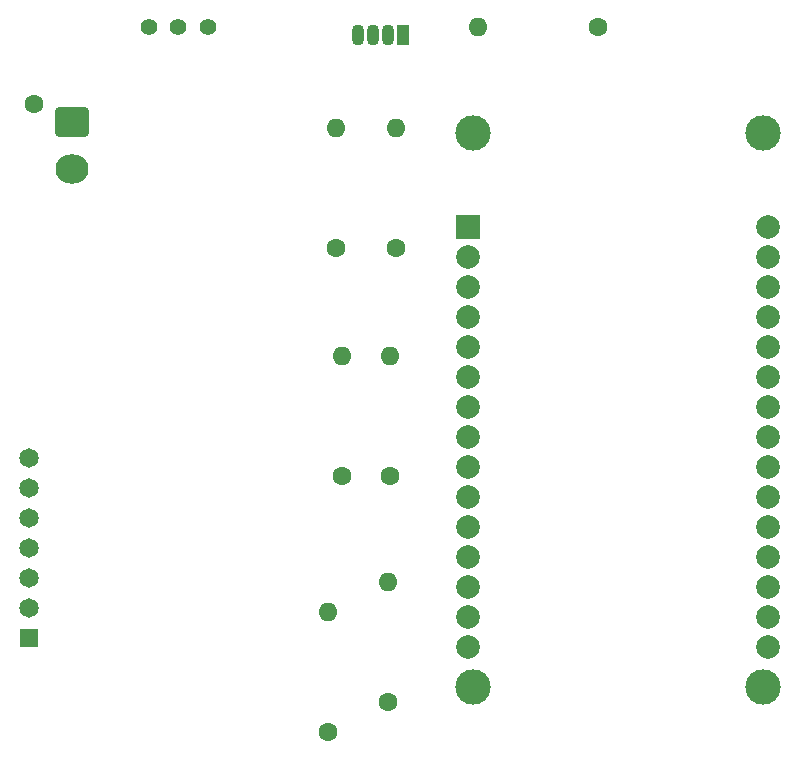
<source format=gbr>
%TF.GenerationSoftware,KiCad,Pcbnew,(6.0.1)*%
%TF.CreationDate,2022-02-16T21:04:10+01:00*%
%TF.ProjectId,ESP32_SCD30,45535033-325f-4534-9344-33302e6b6963,rev?*%
%TF.SameCoordinates,Original*%
%TF.FileFunction,Soldermask,Bot*%
%TF.FilePolarity,Negative*%
%FSLAX46Y46*%
G04 Gerber Fmt 4.6, Leading zero omitted, Abs format (unit mm)*
G04 Created by KiCad (PCBNEW (6.0.1)) date 2022-02-16 21:04:10*
%MOMM*%
%LPD*%
G01*
G04 APERTURE LIST*
G04 Aperture macros list*
%AMRoundRect*
0 Rectangle with rounded corners*
0 $1 Rounding radius*
0 $2 $3 $4 $5 $6 $7 $8 $9 X,Y pos of 4 corners*
0 Add a 4 corners polygon primitive as box body*
4,1,4,$2,$3,$4,$5,$6,$7,$8,$9,$2,$3,0*
0 Add four circle primitives for the rounded corners*
1,1,$1+$1,$2,$3*
1,1,$1+$1,$4,$5*
1,1,$1+$1,$6,$7*
1,1,$1+$1,$8,$9*
0 Add four rect primitives between the rounded corners*
20,1,$1+$1,$2,$3,$4,$5,0*
20,1,$1+$1,$4,$5,$6,$7,0*
20,1,$1+$1,$6,$7,$8,$9,0*
20,1,$1+$1,$8,$9,$2,$3,0*%
G04 Aperture macros list end*
%ADD10R,1.650000X1.650000*%
%ADD11C,1.650000*%
%ADD12C,1.600000*%
%ADD13O,1.600000X1.600000*%
%ADD14C,3.000000*%
%ADD15R,2.000000X2.000000*%
%ADD16C,2.000000*%
%ADD17RoundRect,0.250000X-1.150000X0.980000X-1.150000X-0.980000X1.150000X-0.980000X1.150000X0.980000X0*%
%ADD18O,2.800000X2.460000*%
%ADD19R,1.070000X1.800000*%
%ADD20O,1.070000X1.800000*%
%ADD21C,1.400000*%
G04 APERTURE END LIST*
D10*
%TO.C,U2*%
X88790000Y-105646400D03*
D11*
X88790000Y-103106400D03*
X88790000Y-100566400D03*
X88790000Y-98026400D03*
X88790000Y-95486400D03*
X88790000Y-92946400D03*
X88790000Y-90406400D03*
%TD*%
D12*
%TO.C,R1*%
X119210000Y-111136400D03*
D13*
X119210000Y-100976400D03*
%TD*%
D12*
%TO.C,R6*%
X115316000Y-91948000D03*
D13*
X115316000Y-81788000D03*
%TD*%
D12*
%TO.C,R7*%
X119366000Y-91948000D03*
D13*
X119366000Y-81788000D03*
%TD*%
D12*
%TO.C,R3*%
X114808000Y-72644000D03*
D13*
X114808000Y-62484000D03*
%TD*%
D12*
%TO.C,R2*%
X114130000Y-113676400D03*
D13*
X114130000Y-103516400D03*
%TD*%
D14*
%TO.C,U1*%
X150914000Y-109835000D03*
X126404000Y-62885000D03*
X150914000Y-62885000D03*
X126404000Y-109835000D03*
D15*
X125984000Y-70845000D03*
D16*
X125984000Y-73385000D03*
X125984000Y-75925000D03*
X125984000Y-78465000D03*
X125984000Y-81005000D03*
X125984000Y-83545000D03*
X125984000Y-86085000D03*
X125984000Y-88625000D03*
X125984000Y-91165000D03*
X125984000Y-93705000D03*
X125984000Y-96245000D03*
X125984000Y-98785000D03*
X125984000Y-101325000D03*
X125984000Y-103865000D03*
X125984000Y-106405000D03*
X151384000Y-106405000D03*
X151384000Y-103865000D03*
X151384000Y-101325000D03*
X151384000Y-98785000D03*
X151384000Y-96245000D03*
X151384000Y-93705000D03*
X151384000Y-91165000D03*
X151384000Y-88625000D03*
X151384000Y-86085000D03*
X151384000Y-83545000D03*
X151384000Y-81005000D03*
X151384000Y-78465000D03*
X151384000Y-75925000D03*
X151384000Y-73385000D03*
X151384000Y-70845000D03*
%TD*%
D12*
%TO.C,R5*%
X136990000Y-53986400D03*
D13*
X126830000Y-53986400D03*
%TD*%
D12*
%TO.C,J1*%
X89206000Y-60476000D03*
D17*
X92456000Y-61976000D03*
D18*
X92456000Y-65936000D03*
%TD*%
D19*
%TO.C,D1*%
X120480000Y-54616400D03*
D20*
X119210000Y-54616400D03*
X117940000Y-54616400D03*
X116670000Y-54616400D03*
%TD*%
D21*
%TO.C,S1*%
X98930000Y-53986400D03*
X101430000Y-53986400D03*
X103930000Y-53986400D03*
%TD*%
D12*
%TO.C,R4*%
X119888000Y-72644000D03*
D13*
X119888000Y-62484000D03*
%TD*%
M02*

</source>
